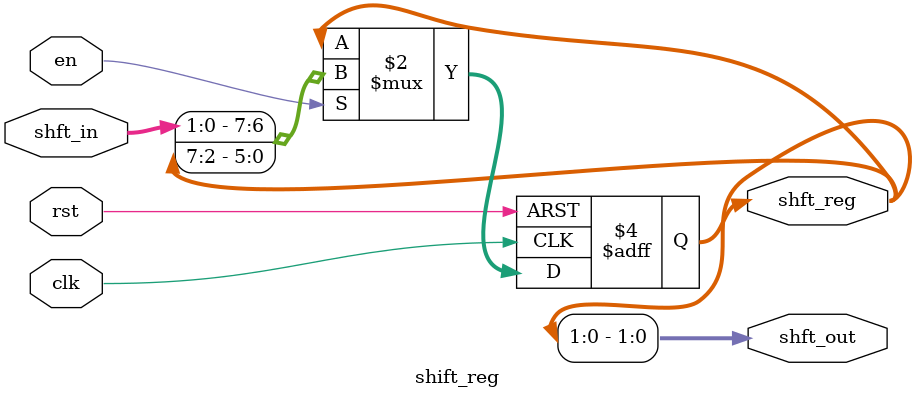
<source format=sv>
module shift_reg
#(
  parameter D           = 8
)
(
input                   clk,                       
input                   rst,
input                   en,
input  [1:0]            shft_in,
output [1:0]            shft_out,
output logic[D-1:0]     shft_reg 
);

always_ff@(posedge clk or posedge rst)
if(rst)
  shft_reg         <= '0;
else if(en)
  shft_reg         <= {shft_in,shft_reg[D-1:2]};

assign shft_out         = shft_reg[1:0]; 

endmodule
</source>
